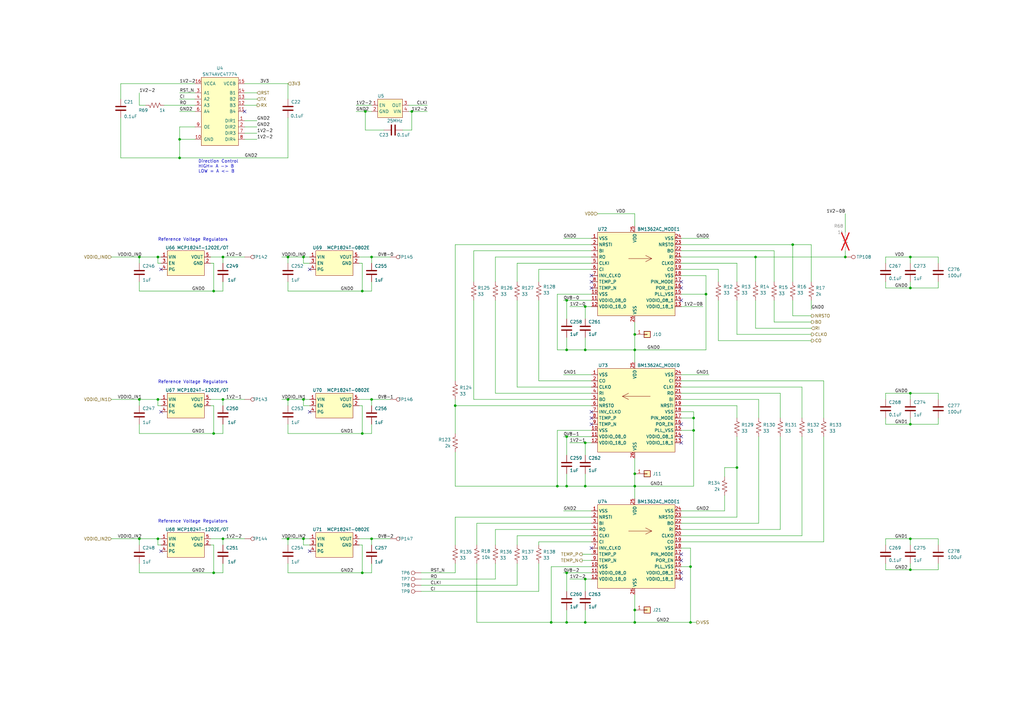
<source format=kicad_sch>
(kicad_sch (version 20250114) (generator "eeschema") (generator_version "9.0")
  (paper "A3")
  (title_block (title "emberOne/00") (date "2025-04-21") (rev "4"))
  (text "Reference Voltage Regulators" (at 64.77 99.06 0) (effects (font (size 1.27 1.27)) (justify left bottom)))
  (text "Reference Voltage Regulators" (at 64.77 214.63 0) (effects (font (size 1.27 1.27)) (justify left bottom)))
  (text "Reference Voltage Regulators" (at 64.77 157.48 0) (effects (font (size 1.27 1.27)) (justify left bottom)))
  (text "Direction Control\nHIGH= A -> B\nLOW = A <- B" (at 81.28 71.12 0) (effects (font (size 1.27 1.27)) (justify left bottom)))
  (junction (at 57.15 220.98) (diameter 0.9144))
  (junction (at 232.41 234.95))
  (junction (at 232.41 123.19))
  (junction (at 118.11 163.83) (diameter 0.9144))
  (junction (at 240.03 125.73))
  (junction (at 346.71 105.41))
  (junction (at 73.66 64.77))
  (junction (at 284.48 171.45))
  (junction (at 118.11 220.98) (diameter 0.9144))
  (junction (at 284.48 176.53))
  (junction (at 149.86 45.72))
  (junction (at 57.15 163.83) (diameter 0.9144))
  (junction (at 87.63 234.95) (diameter 0.9144))
  (junction (at 260.35 199.39))
  (junction (at 64.77 163.83))
  (junction (at 283.21 232.41))
  (junction (at 240.03 237.49))
  (junction (at 283.21 255.27))
  (junction (at 302.26 191.77))
  (junction (at 240.03 199.39))
  (junction (at 309.88 105.41))
  (junction (at 240.03 255.27))
  (junction (at 118.11 105.41) (diameter 0.9144))
  (junction (at 373.38 105.41))
  (junction (at 373.38 173.99))
  (junction (at 232.41 255.27))
  (junction (at 148.59 177.8) (diameter 0.9144))
  (junction (at 168.91 45.72))
  (junction (at 240.03 181.61))
  (junction (at 260.35 255.27))
  (junction (at 64.77 105.41))
  (junction (at 232.41 199.39))
  (junction (at 124.46 163.83))
  (junction (at 228.6 199.39))
  (junction (at 325.12 100.33))
  (junction (at 260.35 250.19))
  (junction (at 73.66 57.15))
  (junction (at 289.56 120.65))
  (junction (at 373.38 220.98))
  (junction (at 91.44 163.83) (diameter 0.9144))
  (junction (at 124.46 105.41))
  (junction (at 232.41 179.07))
  (junction (at 124.46 220.98))
  (junction (at 148.59 234.95) (diameter 0.9144))
  (junction (at 152.4 105.41) (diameter 0.9144))
  (junction (at 232.41 143.51))
  (junction (at 91.44 105.41) (diameter 0.9144))
  (junction (at 373.38 233.68))
  (junction (at 373.38 118.11))
  (junction (at 260.35 137.16))
  (junction (at 152.4 163.83) (diameter 0.9144))
  (junction (at 87.63 177.8) (diameter 0.9144))
  (junction (at 373.38 161.29))
  (junction (at 152.4 220.98) (diameter 0.9144))
  (junction (at 64.77 220.98))
  (junction (at 57.15 105.41) (diameter 0.9144))
  (junction (at 148.59 119.38) (diameter 0.9144))
  (junction (at 260.35 194.31))
  (junction (at 240.03 143.51))
  (junction (at 260.35 143.51))
  (junction (at 91.44 220.98) (diameter 0.9144))
  (junction (at 186.69 166.37))
  (junction (at 87.63 119.38) (diameter 0.9144))
  (junction (at 226.06 255.27))
  (no_connect (at 127 226.06))
  (no_connect (at 242.57 173.99))
  (no_connect (at 279.4 229.87))
  (no_connect (at 127 168.91))
  (no_connect (at 127 110.49))
  (no_connect (at 279.4 237.49))
  (no_connect (at 242.57 224.79))
  (no_connect (at 66.04 168.91))
  (no_connect (at 279.4 181.61))
  (no_connect (at 242.57 168.91))
  (no_connect (at 279.4 234.95))
  (no_connect (at 279.4 118.11))
  (no_connect (at 279.4 227.33))
  (no_connect (at 100.33 45.72))
  (no_connect (at 279.4 123.19))
  (no_connect (at 242.57 171.45))
  (no_connect (at 279.4 173.99))
  (no_connect (at 66.04 110.49))
  (no_connect (at 279.4 115.57))
  (no_connect (at 66.04 226.06))
  (no_connect (at 242.57 113.03))
  (no_connect (at 242.57 118.11))
  (no_connect (at 242.57 115.57))
  (no_connect (at 279.4 179.07))
  (wire (pts (xy 124.46 223.52) (xy 124.46 220.98)))
  (wire (pts (xy 302.26 166.37) (xy 302.26 171.45)))
  (wire (pts (xy 64.77 220.98) (xy 66.04 220.98)))
  (wire (pts (xy 283.21 232.41) (xy 283.21 255.27)))
  (wire (pts (xy 232.41 250.19) (xy 232.41 255.27)))
  (wire (pts (xy 220.98 110.49) (xy 242.57 110.49)))
  (wire (pts (xy 384.81 163.83) (xy 384.81 161.29)))
  (wire (pts (xy 91.44 163.83) (xy 100.33 163.83)))
  (wire (pts (xy 212.09 158.75) (xy 242.57 158.75)))
  (wire (pts (xy 57.15 38.1) (xy 57.15 43.18)))
  (wire (pts (xy 302.26 191.77) (xy 302.26 212.09)))
  (wire (pts (xy 320.04 179.07) (xy 320.04 217.17)))
  (wire (pts (xy 231.14 97.79) (xy 242.57 97.79)))
  (wire (pts (xy 57.15 173.99) (xy 57.15 177.8)))
  (wire (pts (xy 279.4 100.33) (xy 325.12 100.33)))
  (wire (pts (xy 91.44 115.57) (xy 91.44 119.38)))
  (wire (pts (xy 226.06 255.27) (xy 232.41 255.27)))
  (wire (pts (xy 91.44 220.98) (xy 91.44 223.52)))
  (wire (pts (xy 167.64 45.72) (xy 168.91 45.72)))
  (wire (pts (xy 91.44 105.41) (xy 91.44 107.95)))
  (wire (pts (xy 86.36 220.98) (xy 91.44 220.98)))
  (wire (pts (xy 289.56 113.03) (xy 279.4 113.03)))
  (wire (pts (xy 172.72 237.49) (xy 203.2 237.49)))
  (wire (pts (xy 148.59 119.38) (xy 118.11 119.38)))
  (wire (pts (xy 152.4 105.41) (xy 160.02 105.41)))
  (wire (pts (xy 124.46 105.41) (xy 127 105.41)))
  (wire (pts (xy 363.22 171.45) (xy 363.22 173.99)))
  (wire (pts (xy 325.12 100.33) (xy 332.74 100.33)))
  (wire (pts (xy 283.21 255.27) (xy 260.35 255.27)))
  (wire (pts (xy 337.82 156.21) (xy 337.82 171.45)))
  (wire (pts (xy 384.81 115.57) (xy 384.81 118.11)))
  (wire (pts (xy 289.56 143.51) (xy 289.56 120.65)))
  (wire (pts (xy 232.41 255.27) (xy 240.03 255.27)))
  (wire (pts (xy 242.57 107.95) (xy 212.09 107.95)))
  (wire (pts (xy 233.68 181.61) (xy 240.03 181.61)))
  (wire (pts (xy 195.58 255.27) (xy 226.06 255.27)))
  (wire (pts (xy 232.41 123.19) (xy 232.41 130.81)))
  (wire (pts (xy 212.09 219.71) (xy 242.57 219.71)))
  (wire (pts (xy 240.03 237.49) (xy 240.03 242.57)))
  (wire (pts (xy 124.46 220.98) (xy 127 220.98)))
  (wire (pts (xy 49.53 34.29) (xy 49.53 40.64)))
  (wire (pts (xy 148.59 107.95) (xy 147.32 107.95)))
  (wire (pts (xy 226.06 232.41) (xy 226.06 255.27)))
  (wire (pts (xy 91.44 231.14) (xy 91.44 234.95)))
  (wire (pts (xy 284.48 171.45) (xy 284.48 168.91)))
  (wire (pts (xy 64.77 223.52) (xy 66.04 223.52)))
  (wire (pts (xy 220.98 156.21) (xy 220.98 123.19)))
  (wire (pts (xy 57.15 115.57) (xy 57.15 119.38)))
  (wire (pts (xy 147.32 220.98) (xy 152.4 220.98)))
  (wire (pts (xy 118.11 105.41) (xy 124.46 105.41)))
  (wire (pts (xy 373.38 118.11) (xy 363.22 118.11)))
  (wire (pts (xy 373.38 233.68) (xy 384.81 233.68)))
  (wire (pts (xy 311.15 163.83) (xy 311.15 171.45)))
  (wire (pts (xy 294.64 139.7) (xy 332.74 139.7)))
  (wire (pts (xy 194.31 102.87) (xy 242.57 102.87)))
  (wire (pts (xy 49.53 64.77) (xy 73.66 64.77)))
  (wire (pts (xy 172.72 234.95) (xy 186.69 234.95)))
  (wire (pts (xy 373.38 105.41) (xy 384.81 105.41)))
  (wire (pts (xy 64.77 166.37) (xy 64.77 163.83)))
  (wire (pts (xy 152.4 220.98) (xy 160.02 220.98)))
  (wire (pts (xy 279.4 110.49) (xy 294.64 110.49)))
  (wire (pts (xy 118.11 163.83) (xy 118.11 166.37)))
  (wire (pts (xy 203.2 223.52) (xy 203.2 217.17)))
  (wire (pts (xy 238.76 229.87) (xy 242.57 229.87)))
  (wire (pts (xy 279.4 161.29) (xy 320.04 161.29)))
  (wire (pts (xy 384.81 107.95) (xy 384.81 105.41)))
  (wire (pts (xy 231.14 123.19) (xy 232.41 123.19)))
  (wire (pts (xy 302.26 123.19) (xy 302.26 137.16)))
  (wire (pts (xy 260.35 143.51) (xy 289.56 143.51)))
  (wire (pts (xy 80.01 52.07) (xy 73.66 52.07)))
  (wire (pts (xy 363.22 105.41) (xy 373.38 105.41)))
  (wire (pts (xy 346.71 87.63) (xy 346.71 95.25)))
  (wire (pts (xy 195.58 223.52) (xy 195.58 214.63)))
  (wire (pts (xy 152.4 220.98) (xy 152.4 223.52)))
  (wire (pts (xy 57.15 177.8) (xy 87.63 177.8)))
  (wire (pts (xy 373.38 220.98) (xy 384.81 220.98)))
  (wire (pts (xy 328.93 179.07) (xy 328.93 219.71)))
  (wire (pts (xy 168.91 53.34) (xy 168.91 45.72)))
  (wire (pts (xy 232.41 123.19) (xy 242.57 123.19)))
  (wire (pts (xy 86.36 163.83) (xy 91.44 163.83)))
  (wire (pts (xy 220.98 115.57) (xy 220.98 110.49)))
  (wire (pts (xy 118.11 220.98) (xy 124.46 220.98)))
  (wire (pts (xy 260.35 137.16) (xy 260.35 143.51)))
  (wire (pts (xy 373.38 231.14) (xy 373.38 233.68)))
  (wire (pts (xy 279.4 158.75) (xy 328.93 158.75)))
  (wire (pts (xy 231.14 153.67) (xy 242.57 153.67)))
  (wire (pts (xy 157.48 53.34) (xy 149.86 53.34)))
  (wire (pts (xy 100.33 38.1) (xy 105.41 38.1)))
  (wire (pts (xy 231.14 209.55) (xy 242.57 209.55)))
  (wire (pts (xy 80.01 57.15) (xy 73.66 57.15)))
  (wire (pts (xy 363.22 223.52) (xy 363.22 220.98)))
  (wire (pts (xy 260.35 143.51) (xy 260.35 148.59)))
  (wire (pts (xy 279.4 222.25) (xy 337.82 222.25)))
  (wire (pts (xy 87.63 166.37) (xy 86.36 166.37)))
  (wire (pts (xy 87.63 166.37) (xy 87.63 177.8)))
  (wire (pts (xy 240.03 250.19) (xy 240.03 255.27)))
  (wire (pts (xy 242.57 100.33) (xy 186.69 100.33)))
  (wire (pts (xy 279.4 166.37) (xy 302.26 166.37)))
  (wire (pts (xy 148.59 107.95) (xy 148.59 119.38)))
  (wire (pts (xy 242.57 232.41) (xy 226.06 232.41)))
  (wire (pts (xy 152.4 115.57) (xy 152.4 119.38)))
  (wire (pts (xy 57.15 231.14) (xy 57.15 234.95)))
  (wire (pts (xy 115.57 105.41) (xy 118.11 105.41)))
  (wire (pts (xy 384.81 171.45) (xy 384.81 173.99)))
  (wire (pts (xy 115.57 220.98) (xy 118.11 220.98)))
  (wire (pts (xy 242.57 176.53) (xy 228.6 176.53)))
  (wire (pts (xy 186.69 100.33) (xy 186.69 156.21)))
  (wire (pts (xy 57.15 105.41) (xy 64.77 105.41)))
  (wire (pts (xy 212.09 231.14) (xy 212.09 240.03)))
  (wire (pts (xy 186.69 166.37) (xy 186.69 177.8)))
  (wire (pts (xy 49.53 48.26) (xy 49.53 64.77)))
  (wire (pts (xy 124.46 223.52) (xy 127 223.52)))
  (wire (pts (xy 172.72 242.57) (xy 220.98 242.57)))
  (wire (pts (xy 363.22 220.98) (xy 373.38 220.98)))
  (wire (pts (xy 152.4 105.41) (xy 152.4 107.95)))
  (wire (pts (xy 146.05 45.72) (xy 149.86 45.72)))
  (wire (pts (xy 384.81 223.52) (xy 384.81 220.98)))
  (wire (pts (xy 186.69 199.39) (xy 228.6 199.39)))
  (wire (pts (xy 309.88 105.41) (xy 309.88 115.57)))
  (wire (pts (xy 148.59 234.95) (xy 118.11 234.95)))
  (wire (pts (xy 279.4 97.79) (xy 290.83 97.79)))
  (wire (pts (xy 373.38 233.68) (xy 363.22 233.68)))
  (wire (pts (xy 317.5 102.87) (xy 317.5 115.57)))
  (wire (pts (xy 57.15 163.83) (xy 64.77 163.83)))
  (wire (pts (xy 309.88 105.41) (xy 346.71 105.41)))
  (wire (pts (xy 284.48 176.53) (xy 284.48 171.45)))
  (wire (pts (xy 337.82 179.07) (xy 337.82 222.25)))
  (wire (pts (xy 87.63 223.52) (xy 86.36 223.52)))
  (wire (pts (xy 152.4 177.8) (xy 148.59 177.8)))
  (wire (pts (xy 332.74 100.33) (xy 332.74 115.57)))
  (wire (pts (xy 242.57 163.83) (xy 194.31 163.83)))
  (wire (pts (xy 152.4 163.83) (xy 160.02 163.83)))
  (wire (pts (xy 260.35 132.08) (xy 260.35 137.16)))
  (wire (pts (xy 73.66 38.1) (xy 80.01 38.1)))
  (wire (pts (xy 232.41 179.07) (xy 242.57 179.07)))
  (wire (pts (xy 232.41 179.07) (xy 232.41 186.69)))
  (wire (pts (xy 279.4 102.87) (xy 317.5 102.87)))
  (wire (pts (xy 203.2 231.14) (xy 203.2 237.49)))
  (wire (pts (xy 279.4 171.45) (xy 284.48 171.45)))
  (wire (pts (xy 240.03 125.73) (xy 242.57 125.73)))
  (wire (pts (xy 363.22 161.29) (xy 373.38 161.29)))
  (wire (pts (xy 297.18 191.77) (xy 302.26 191.77)))
  (wire (pts (xy 283.21 255.27) (xy 285.75 255.27)))
  (wire (pts (xy 363.22 115.57) (xy 363.22 118.11)))
  (wire (pts (xy 373.38 107.95) (xy 373.38 105.41)))
  (wire (pts (xy 152.4 163.83) (xy 152.4 166.37)))
  (wire (pts (xy 260.35 194.31) (xy 260.35 199.39)))
  (wire (pts (xy 73.66 57.15) (xy 73.66 64.77)))
  (wire (pts (xy 212.09 223.52) (xy 212.09 219.71)))
  (wire (pts (xy 172.72 240.03) (xy 212.09 240.03)))
  (wire (pts (xy 309.88 123.19) (xy 309.88 134.62)))
  (wire (pts (xy 279.4 120.65) (xy 289.56 120.65)))
  (wire (pts (xy 220.98 231.14) (xy 220.98 242.57)))
  (wire (pts (xy 279.4 107.95) (xy 302.26 107.95)))
  (wire (pts (xy 87.63 107.95) (xy 86.36 107.95)))
  (wire (pts (xy 91.44 105.41) (xy 100.33 105.41)))
  (wire (pts (xy 87.63 223.52) (xy 87.63 234.95)))
  (wire (pts (xy 100.33 54.61) (xy 105.41 54.61)))
  (wire (pts (xy 86.36 105.41) (xy 91.44 105.41)))
  (wire (pts (xy 232.41 143.51) (xy 240.03 143.51)))
  (wire (pts (xy 384.81 231.14) (xy 384.81 233.68)))
  (wire (pts (xy 240.03 181.61) (xy 240.03 186.69)))
  (wire (pts (xy 186.69 231.14) (xy 186.69 234.95)))
  (wire (pts (xy 279.4 209.55) (xy 297.18 209.55)))
  (wire (pts (xy 328.93 158.75) (xy 328.93 171.45)))
  (wire (pts (xy 279.4 176.53) (xy 284.48 176.53)))
  (wire (pts (xy 186.69 185.42) (xy 186.69 199.39)))
  (wire (pts (xy 240.03 125.73) (xy 240.03 130.81)))
  (wire (pts (xy 100.33 52.07) (xy 105.41 52.07)))
  (wire (pts (xy 260.35 243.84) (xy 260.35 250.19)))
  (wire (pts (xy 148.59 177.8) (xy 118.11 177.8)))
  (wire (pts (xy 309.88 134.62) (xy 332.74 134.62)))
  (wire (pts (xy 73.66 45.72) (xy 80.01 45.72)))
  (wire (pts (xy 124.46 166.37) (xy 124.46 163.83)))
  (wire (pts (xy 325.12 129.54) (xy 332.74 129.54)))
  (wire (pts (xy 118.11 115.57) (xy 118.11 119.38)))
  (wire (pts (xy 242.57 120.65) (xy 228.6 120.65)))
  (wire (pts (xy 152.4 234.95) (xy 148.59 234.95)))
  (wire (pts (xy 279.4 214.63) (xy 311.15 214.63)))
  (wire (pts (xy 233.68 237.49) (xy 240.03 237.49)))
  (wire (pts (xy 118.11 173.99) (xy 118.11 177.8)))
  (wire (pts (xy 149.86 53.34) (xy 149.86 45.72)))
  (wire (pts (xy 186.69 212.09) (xy 242.57 212.09)))
  (wire (pts (xy 212.09 107.95) (xy 212.09 115.57)))
  (wire (pts (xy 148.59 223.52) (xy 148.59 234.95)))
  (wire (pts (xy 149.86 45.72) (xy 152.4 45.72)))
  (wire (pts (xy 100.33 40.64) (xy 105.41 40.64)))
  (wire (pts (xy 100.33 34.29) (xy 118.11 34.29)))
  (wire (pts (xy 64.77 105.41) (xy 66.04 105.41)))
  (wire (pts (xy 346.71 105.41) (xy 346.71 102.87)))
  (wire (pts (xy 152.4 231.14) (xy 152.4 234.95)))
  (wire (pts (xy 64.77 166.37) (xy 66.04 166.37)))
  (wire (pts (xy 317.5 123.19) (xy 317.5 132.08)))
  (wire (pts (xy 228.6 120.65) (xy 228.6 143.51)))
  (wire (pts (xy 240.03 143.51) (xy 260.35 143.51)))
  (wire (pts (xy 231.14 234.95) (xy 232.41 234.95)))
  (wire (pts (xy 284.48 168.91) (xy 279.4 168.91)))
  (wire (pts (xy 260.35 255.27) (xy 240.03 255.27)))
  (wire (pts (xy 91.44 234.95) (xy 87.63 234.95)))
  (wire (pts (xy 245.11 87.63) (xy 260.35 87.63)))
  (wire (pts (xy 232.41 194.31) (xy 232.41 199.39)))
  (wire (pts (xy 373.38 173.99) (xy 363.22 173.99)))
  (wire (pts (xy 64.77 107.95) (xy 64.77 105.41)))
  (wire (pts (xy 332.74 123.19) (xy 332.74 127)))
  (wire (pts (xy 232.41 138.43) (xy 232.41 143.51)))
  (wire (pts (xy 73.66 64.77) (xy 118.11 64.77)))
  (wire (pts (xy 363.22 163.83) (xy 363.22 161.29)))
  (wire (pts (xy 186.69 166.37) (xy 242.57 166.37)))
  (wire (pts (xy 118.11 231.14) (xy 118.11 234.95)))
  (wire (pts (xy 100.33 43.18) (xy 105.41 43.18)))
  (wire (pts (xy 57.15 220.98) (xy 57.15 223.52)))
  (wire (pts (xy 294.64 123.19) (xy 294.64 139.7)))
  (wire (pts (xy 100.33 57.15) (xy 105.41 57.15)))
  (wire (pts (xy 165.1 53.34) (xy 168.91 53.34)))
  (wire (pts (xy 64.77 163.83) (xy 66.04 163.83)))
  (wire (pts (xy 363.22 107.95) (xy 363.22 105.41)))
  (wire (pts (xy 325.12 123.19) (xy 325.12 129.54)))
  (wire (pts (xy 57.15 220.98) (xy 64.77 220.98)))
  (wire (pts (xy 260.35 199.39) (xy 284.48 199.39)))
  (wire (pts (xy 91.44 177.8) (xy 87.63 177.8)))
  (wire (pts (xy 373.38 223.52) (xy 373.38 220.98)))
  (wire (pts (xy 73.66 52.07) (xy 73.66 57.15)))
  (wire (pts (xy 168.91 45.72) (xy 175.26 45.72)))
  (wire (pts (xy 57.15 234.95) (xy 87.63 234.95)))
  (wire (pts (xy 373.38 118.11) (xy 384.81 118.11)))
  (wire (pts (xy 228.6 143.51) (xy 232.41 143.51)))
  (wire (pts (xy 118.11 163.83) (xy 124.46 163.83)))
  (wire (pts (xy 194.31 115.57) (xy 194.31 102.87)))
  (wire (pts (xy 91.44 163.83) (xy 91.44 166.37)))
  (wire (pts (xy 302.26 179.07) (xy 302.26 191.77)))
  (wire (pts (xy 152.4 119.38) (xy 148.59 119.38)))
  (wire (pts (xy 203.2 123.19) (xy 203.2 161.29)))
  (wire (pts (xy 325.12 100.33) (xy 325.12 115.57)))
  (wire (pts (xy 100.33 49.53) (xy 105.41 49.53)))
  (wire (pts (xy 373.38 173.99) (xy 384.81 173.99)))
  (wire (pts (xy 290.83 153.67) (xy 279.4 153.67)))
  (wire (pts (xy 203.2 105.41) (xy 203.2 115.57)))
  (wire (pts (xy 148.59 223.52) (xy 147.32 223.52)))
  (wire (pts (xy 228.6 199.39) (xy 232.41 199.39)))
  (wire (pts (xy 212.09 123.19) (xy 212.09 158.75)))
  (wire (pts (xy 124.46 163.83) (xy 127 163.83)))
  (wire (pts (xy 320.04 161.29) (xy 320.04 171.45)))
  (wire (pts (xy 57.15 163.83) (xy 57.15 166.37)))
  (wire (pts (xy 240.03 194.31) (xy 240.03 199.39)))
  (wire (pts (xy 279.4 232.41) (xy 283.21 232.41)))
  (wire (pts (xy 373.38 161.29) (xy 384.81 161.29)))
  (wire (pts (xy 373.38 171.45) (xy 373.38 173.99)))
  (wire (pts (xy 283.21 224.79) (xy 283.21 232.41)))
  (wire (pts (xy 302.26 212.09) (xy 279.4 212.09)))
  (wire (pts (xy 373.38 163.83) (xy 373.38 161.29)))
  (wire (pts (xy 311.15 179.07) (xy 311.15 214.63)))
  (wire (pts (xy 279.4 224.79) (xy 283.21 224.79)))
  (wire (pts (xy 320.04 217.17) (xy 279.4 217.17)))
  (wire (pts (xy 279.4 105.41) (xy 309.88 105.41)))
  (wire (pts (xy 228.6 176.53) (xy 228.6 199.39)))
  (wire (pts (xy 373.38 115.57) (xy 373.38 118.11)))
  (wire (pts (xy 167.64 43.18) (xy 175.26 43.18)))
  (wire (pts (xy 91.44 220.98) (xy 100.33 220.98)))
  (wire (pts (xy 148.59 166.37) (xy 148.59 177.8)))
  (wire (pts (xy 294.64 110.49) (xy 294.64 115.57)))
  (wire (pts (xy 152.4 173.99) (xy 152.4 177.8)))
  (wire (pts (xy 64.77 223.52) (xy 64.77 220.98)))
  (wire (pts (xy 289.56 120.65) (xy 289.56 113.03)))
  (wire (pts (xy 260.35 187.96) (xy 260.35 194.31)))
  (wire (pts (xy 279.4 125.73) (xy 288.29 125.73)))
  (wire (pts (xy 260.35 92.71) (xy 260.35 87.63)))
  (wire (pts (xy 240.03 237.49) (xy 242.57 237.49)))
  (wire (pts (xy 203.2 217.17) (xy 242.57 217.17)))
  (wire (pts (xy 146.05 43.18) (xy 152.4 43.18)))
  (wire (pts (xy 118.11 48.26) (xy 118.11 64.77)))
  (wire (pts (xy 232.41 234.95) (xy 232.41 242.57)))
  (wire (pts (xy 147.32 105.41) (xy 152.4 105.41)))
  (wire (pts (xy 124.46 107.95) (xy 124.46 105.41)))
  (wire (pts (xy 91.44 173.99) (xy 91.44 177.8)))
  (wire (pts (xy 302.26 137.16) (xy 332.74 137.16)))
  (wire (pts (xy 317.5 132.08) (xy 332.74 132.08)))
  (wire (pts (xy 284.48 199.39) (xy 284.48 176.53)))
  (wire (pts (xy 124.46 166.37) (xy 127 166.37)))
  (wire (pts (xy 186.69 223.52) (xy 186.69 212.09)))
  (wire (pts (xy 233.68 125.73) (xy 240.03 125.73)))
  (wire (pts (xy 363.22 231.14) (xy 363.22 233.68)))
  (wire (pts (xy 49.53 34.29) (xy 80.01 34.29)))
  (wire (pts (xy 59.69 43.18) (xy 57.15 43.18)))
  (wire (pts (xy 238.76 227.33) (xy 242.57 227.33)))
  (wire (pts (xy 242.57 105.41) (xy 203.2 105.41)))
  (wire (pts (xy 232.41 234.95) (xy 242.57 234.95)))
  (wire (pts (xy 260.35 250.19) (xy 260.35 255.27)))
  (wire (pts (xy 297.18 203.2) (xy 297.18 209.55)))
  (wire (pts (xy 87.63 107.95) (xy 87.63 119.38)))
  (wire (pts (xy 186.69 163.83) (xy 186.69 166.37)))
  (wire (pts (xy 195.58 214.63) (xy 242.57 214.63)))
  (wire (pts (xy 64.77 107.95) (xy 66.04 107.95)))
  (wire (pts (xy 115.57 163.83) (xy 118.11 163.83)))
  (wire (pts (xy 118.11 220.98) (xy 118.11 223.52)))
  (wire (pts (xy 203.2 161.29) (xy 242.57 161.29)))
  (wire (pts (xy 45.72 163.83) (xy 57.15 163.83)))
  (wire (pts (xy 124.46 107.95) (xy 127 107.95)))
  (wire (pts (xy 232.41 199.39) (xy 240.03 199.39)))
  (wire (pts (xy 118.11 105.41) (xy 118.11 107.95)))
  (wire (pts (xy 240.03 199.39) (xy 260.35 199.39)))
  (wire (pts (xy 220.98 222.25) (xy 242.57 222.25)))
  (wire (pts (xy 45.72 105.41) (xy 57.15 105.41)))
  (wire (pts (xy 240.03 138.43) (xy 240.03 143.51)))
  (wire (pts (xy 242.57 156.21) (xy 220.98 156.21)))
  (wire (pts (xy 57.15 119.38) (xy 87.63 119.38)))
  (wire (pts (xy 337.82 156.21) (xy 279.4 156.21)))
  (wire (pts (xy 297.18 195.58) (xy 297.18 191.77)))
  (wire (pts (xy 148.59 166.37) (xy 147.32 166.37)))
  (wire (pts (xy 194.31 163.83) (xy 194.31 123.19)))
  (wire (pts (xy 302.26 107.95) (xy 302.26 115.57)))
  (wire (pts (xy 260.35 199.39) (xy 260.35 204.47)))
  (wire (pts (xy 73.66 40.64) (xy 80.01 40.64)))
  (wire (pts (xy 195.58 231.14) (xy 195.58 255.27)))
  (wire (pts (xy 118.11 34.29) (xy 118.11 40.64)))
  (wire (pts (xy 147.32 163.83) (xy 152.4 163.83)))
  (wire (pts (xy 67.31 43.18) (xy 80.01 43.18)))
  (wire (pts (xy 45.72 220.98) (xy 57.15 220.98)))
  (wire (pts (xy 220.98 223.52) (xy 220.98 222.25)))
  (wire (pts (xy 57.15 105.41) (xy 57.15 107.95)))
  (wire (pts (xy 311.15 163.83) (xy 279.4 163.83)))
  (wire (pts (xy 91.44 119.38) (xy 87.63 119.38)))
  (wire (pts (xy 240.03 181.61) (xy 242.57 181.61)))
  (wire (pts (xy 231.14 179.07) (xy 232.41 179.07)))
  (wire (pts (xy 328.93 219.71) (xy 279.4 219.71)))
  (label "CLKI" (at 175.26 43.18 180))
  (label "1V2-1" (at 233.68 181.61 0))
  (label "CI" (at 176.53 242.57 0))
  (label "GND0" (at 367.03 161.29 0))
  (label "GND2" (at 73.66 45.72 0))
  (label "0V8-1" (at 154.94 163.83 0))
  (label "GND1" (at 367.03 173.99 0))
  (label "1V2-2" (at 92.71 220.98 0))
  (label "CI" (at 73.66 40.64 0))
  (label "1V2-2" (at 57.15 38.1 0))
  (label "GND0" (at 231.14 97.79 0))
  (label "1V2-2" (at 73.66 34.29 0))
  (label "1V2-2" (at 233.68 237.49 0))
  (label "CLKI" (at 176.53 240.03 0))
  (label "0V8-0" (at 154.94 105.41 0))
  (label "GND0" (at 139.7 119.38 0))
  (label "0V8-0" (at 231.14 123.19 0))
  (label "1V2-2" (at 105.41 57.15 0))
  (label "GND0" (at 78.74 119.38 0))
  (label "VDD" (at 370.84 105.41 180))
  (label "1V2-0B" (at 346.71 87.63 180))
  (label "3V3" (at 106.68 34.29 0))
  (label "GND2" (at 78.74 234.95 0))
  (label "1V2-0" (at 92.71 105.41 0))
  (label "GND2" (at 146.05 45.72 0))
  (label "GND1" (at 266.7 199.39 0))
  (label "VDDIO_IN0" (at 48.26 105.41 0))
  (label "RO" (at 73.66 43.18 0))
  (label "GND0" (at 265.43 143.51 0))
  (label "1V2-2" (at 175.26 45.72 180))
  (label "GND1" (at 290.83 153.67 180))
  (label "GND0" (at 367.03 118.11 0))
  (label "GND2" (at 231.14 209.55 0))
  (label "VDDIO_IN2" (at 48.26 220.98 0))
  (label "GND2" (at 105.41 49.53 0))
  (label "0V8-2" (at 154.94 220.98 0))
  (label "0V8-1" (at 231.14 179.07 0))
  (label "1V2-2" (at 105.41 54.61 0))
  (label "1V2-2" (at 146.05 43.18 0))
  (label "RST_N" (at 73.66 38.1 0))
  (label "GND0" (at 290.83 97.79 180))
  (label "0V8-2" (at 231.14 234.95 0))
  (label "RST_N" (at 176.53 234.95 0))
  (label "GND1" (at 367.03 220.98 0))
  (label "GND2" (at 139.7 234.95 0))
  (label "RO" (at 176.53 237.49 0))
  (label "VDDIO_IN1" (at 48.26 163.83 0))
  (label "GND1" (at 139.7 177.8 0))
  (label "GND1" (at 78.74 177.8 0))
  (label "GND2" (at 269.24 255.27 0))
  (label "VDD" (at 256.54 87.63 180))
  (label "GND2" (at 290.83 209.55 180))
  (label "1V2-0B" (at 288.29 125.73 180))
  (label "GND2" (at 105.41 52.07 0))
  (label "VDDIO_IN1" (at 115.57 163.83 0))
  (label "GND0" (at 332.74 127 0))
  (label "1V2-0" (at 233.68 125.73 0))
  (label "VDDIO_IN0" (at 115.57 105.41 0))
  (label "VDDIO_IN2" (at 115.57 220.98 0))
  (label "GND2" (at 100.33 64.77 0))
  (label "GND2" (at 367.03 233.68 0))
  (label "GND1" (at 231.14 153.67 0))
  (label "1V2-1" (at 92.71 163.83 0))
  (hierarchical_label "TX" (shape input) (at 105.41 40.64 0))
  (hierarchical_label "VDDIO_IN0" (shape input) (at 45.72 105.41 180))
  (hierarchical_label "VDDIO_IN1" (shape input) (at 45.72 163.83 180))
  (hierarchical_label "NRSTO" (shape output) (at 332.74 129.54 0))
  (hierarchical_label "RST" (shape input) (at 105.41 38.1 0))
  (hierarchical_label "CLKO" (shape output) (at 332.74 137.16 0))
  (hierarchical_label "VDD" (shape input) (at 245.11 87.63 180))
  (hierarchical_label "TEMP_N" (shape output) (at 238.76 229.87 180))
  (hierarchical_label "VDDIO_IN2" (shape input) (at 45.72 220.98 180))
  (hierarchical_label "TEMP_P" (shape output) (at 238.76 227.33 180))
  (hierarchical_label "BO" (shape output) (at 332.74 132.08 0))
  (hierarchical_label "VSS" (shape output) (at 285.75 255.27 0))
  (hierarchical_label "CO" (shape output) (at 332.74 139.7 0))
  (hierarchical_label "RI" (shape input) (at 332.74 134.62 0))
  (hierarchical_label "3V3" (shape input) (at 118.11 34.29 0))
  (hierarchical_label "RX" (shape output) (at 105.41 43.18 0))
  (symbol (lib_id "Device:C") (at 91.44 170.18 0) (unit 1)
    (property "Reference" "C250" (at 92.71 168.275 0) (effects (justify left bottom)))
    (property "Value" "1uF" (at 93.345 173.99 0) (effects (justify left bottom)))
    (property "Footprint" "Capacitor_SMD:C_0402_1005Metric" (effects (hide yes)))
    (property "DK" "587-5514-1-ND" (effects (hide yes)))
    (property "PARTNO" "EMK105BJ105MV-F" (effects (hide yes)))
  )
  (symbol (lib_id "Connector:TestPoint") (at 160.02 220.98 270) (mirror x) (unit 1) (in_bom no)
    (property "Reference" "TP147" (at 166.37 220.98 90))
    (property "Value" "TestPoint" (effects (hide yes)))
    (property "Footprint" "TestPoint:TestPoint_Pad_D1.0mm" (effects (hide yes)))
  )
  (symbol (lib_id "Device:C") (at 384.81 227.33 0) (unit 1)
    (property "Reference" "C278" (at 388.62 226.0599 0) (effects (justify left)))
    (property "Value" "100uF" (at 388.62 228.5999 0) (effects (justify left)))
    (property "Footprint" "Capacitor_SMD:C_1206_3216Metric" (effects (hide yes)))
    (property "Description" "Unpolarized capacitor" (effects (hide yes)))
    (property "DK" "1276-1782-1-ND" (effects (hide yes)))
    (property "PARTNO" "CL31A107MQHNNNE" (effects (hide yes)))
  )
  (symbol (lib_id "Connector:TestPoint") (at 160.02 163.83 270) (mirror x) (unit 1) (in_bom no)
    (property "Reference" "TP146" (at 166.37 163.83 90))
    (property "Value" "TestPoint" (effects (hide yes)))
    (property "Footprint" "TestPoint:TestPoint_Pad_D1.0mm" (effects (hide yes)))
  )
  (symbol (lib_id "Device:C") (at 57.15 170.18 0) (unit 1)
    (property "Reference" "C247" (at 58.42 168.275 0) (effects (justify left bottom)))
    (property "Value" "1uF" (at 58.42 173.99 0) (effects (justify left bottom)))
    (property "Footprint" "Capacitor_SMD:C_0402_1005Metric" (effects (hide yes)))
    (property "DK" "587-5514-1-ND" (effects (hide yes)))
    (property "PARTNO" "EMK105BJ105MV-F" (effects (hide yes)))
  )
  (symbol (lib_name "MCP1824_1") (lib_id "bitaxe:MCP1824") (at 137.16 222.25 0) (unit 1)
    (property "Reference" "U71" (at 130.175 217.17 0))
    (property "Value" "MCP1824T-0802E" (at 142.875 217.17 0))
    (property "Footprint" "Package_TO_SOT_SMD:SOT-23-5" (effects (hide yes)))
    (property "Datasheet" "https://ww1.microchip.com/downloads/en/DeviceDoc/22070a.pdf" (effects (hide yes)))
    (property "PARTNO" "MCP1824T-0802E/OT" (effects (hide yes)))
    (property "DK" "MCP1824T-0802E/OTCT-ND" (effects (hide yes)))
    (property "ALT1" "LDK120M08R" (effects (hide yes)))
  )
  (symbol (lib_name "MCP1824_1") (lib_id "bitaxe:MCP1824") (at 137.16 165.1 0) (unit 1)
    (property "Reference" "U70" (at 130.175 160.02 0))
    (property "Value" "MCP1824T-0802E" (at 142.875 160.02 0))
    (property "Footprint" "Package_TO_SOT_SMD:SOT-23-5" (effects (hide yes)))
    (property "Datasheet" "https://ww1.microchip.com/downloads/en/DeviceDoc/22070a.pdf" (effects (hide yes)))
    (property "PARTNO" "MCP1824T-0802E/OT" (effects (hide yes)))
    (property "DK" "MCP1824T-0802E/OTCT-ND" (effects (hide yes)))
    (property "ALT1" "LDK120M08R" (effects (hide yes)))
  )
  (symbol (lib_id "Device:R_US") (at 311.15 175.26 0) (unit 1)
    (property "Reference" "R130" (at 312.928 174.244 0) (effects (justify left)))
    (property "Value" "33" (at 312.928 176.784 0) (effects (justify left)))
    (property "Footprint" "Resistor_SMD:R_0402_1005Metric" (effects (hide yes)))
    (property "Description" "Resistor, US symbol" (effects (hide yes)))
    (property "DK" "311-33.0LRCT-ND" (effects (hide yes)))
    (property "PARTNO" "RC0402FR-0733RL" (effects (hide yes)))
  )
  (symbol (lib_id "Device:C") (at 152.4 170.18 0) (unit 1)
    (property "Reference" "C256" (at 153.67 168.275 0) (effects (justify left bottom)))
    (property "Value" "1uF" (at 153.67 173.99 0) (effects (justify left bottom)))
    (property "Footprint" "Capacitor_SMD:C_0402_1005Metric" (effects (hide yes)))
    (property "DK" "587-5514-1-ND" (effects (hide yes)))
    (property "PARTNO" "EMK105BJ105MV-F" (effects (hide yes)))
  )
  (symbol (lib_id "Device:R_US") (at 337.82 175.26 0) (unit 1)
    (property "Reference" "R133" (at 340.106 174.244 0) (effects (justify left)))
    (property "Value" "33" (at 340.106 176.784 0) (effects (justify left)))
    (property "Footprint" "Resistor_SMD:R_0402_1005Metric" (effects (hide yes)))
    (property "Description" "Resistor, US symbol" (effects (hide yes)))
    (property "DK" "311-33.0LRCT-ND" (effects (hide yes)))
    (property "PARTNO" "RC0402FR-0733RL" (effects (hide yes)))
  )
  (symbol (lib_id "Device:R_US") (at 220.98 119.38 0) (unit 1)
    (property "Reference" "R128" (at 222.758 117.602 0) (effects (justify left)))
    (property "Value" "33" (at 222.758 120.142 0) (effects (justify left)))
    (property "Footprint" "Resistor_SMD:R_0402_1005Metric" (effects (hide yes)))
    (property "Description" "Resistor, US symbol" (effects (hide yes)))
    (property "DK" "311-33.0LRCT-ND" (effects (hide yes)))
    (property "PARTNO" "RC0402FR-0733RL" (effects (hide yes)))
  )
  (symbol (lib_id "Device:C") (at 118.11 227.33 0) (unit 1)
    (property "Reference" "C254" (at 119.38 225.425 0) (effects (justify left bottom)))
    (property "Value" "1uF" (at 119.38 231.14 0) (effects (justify left bottom)))
    (property "Footprint" "Capacitor_SMD:C_0402_1005Metric" (effects (hide yes)))
    (property "DK" "587-5514-1-ND" (effects (hide yes)))
    (property "PARTNO" "EMK105BJ105MV-F" (effects (hide yes)))
  )
  (symbol (lib_id "Device:C") (at 118.11 170.18 0) (unit 1)
    (property "Reference" "C253" (at 119.38 168.275 0) (effects (justify left bottom)))
    (property "Value" "1uF" (at 119.38 173.99 0) (effects (justify left bottom)))
    (property "Footprint" "Capacitor_SMD:C_0402_1005Metric" (effects (hide yes)))
    (property "DK" "587-5514-1-ND" (effects (hide yes)))
    (property "PARTNO" "EMK105BJ105MV-F" (effects (hide yes)))
  )
  (symbol (lib_id "emberone:BM1362AC_MODE1") (at 260.35 111.76 0) (unit 1)
    (property "Reference" "U72" (at 245.11 93.98 0) (effects (justify left)))
    (property "Value" "BM1362AC_MODE1" (at 261.366 93.98 0) (effects (justify left)))
    (property "Footprint" "emberone:BM1362AC" (effects (hide yes)))
  )
  (symbol (lib_id "Device:C") (at 49.53 44.45 0) (unit 1)
    (property "Reference" "C21" (at 50.8 42.545 0) (effects (justify left bottom)))
    (property "Value" "0.1uF" (at 50.8 48.514 0) (effects (justify left bottom)))
    (property "Footprint" "Capacitor_SMD:C_0402_1005Metric" (effects (hide yes)))
    (property "DK" "478-KGM05AR71C104KHCT-ND" (effects (hide yes)))
    (property "PARTNO" "KGM05AR71C104KH" (effects (hide yes)))
  )
  (symbol (lib_id "bitaxe:MCP1824") (at 76.2 106.68 0) (unit 1)
    (property "Reference" "U66" (at 69.85 101.6 0))
    (property "Value" "MCP1824T-1202E/OT" (at 83.185 101.6 0))
    (property "Footprint" "Package_TO_SOT_SMD:SOT-23-5" (effects (hide yes)))
    (property "Datasheet" "https://ww1.microchip.com/downloads/en/DeviceDoc/22070a.pdf" (effects (hide yes)))
    (property "PARTNO" "MCP1824T-1202E/OT" (effects (hide yes)))
    (property "DK" "MCP1824T-1202E/OTCT-ND" (effects (hide yes)))
    (property "ALT1" "LDK120M12R" (effects (hide yes)))
  )
  (symbol (lib_id "bitaxe:oscillator") (at 160.02 44.45 0) (unit 1)
    (property "Reference" "U5" (at 156.21 39.37 0))
    (property "Value" "25MHz" (at 161.925 49.53 0))
    (property "Footprint" "bitaxe:SMD3225-4P" (effects (hide yes)))
    (property "PARTNO" "SX3M25.000E20F30THN" (effects (hide yes)))
    (property "LCSC" "C5137262" (effects (hide yes)))
  )
  (symbol (lib_id "Device:R_US") (at 346.71 99.06 0) (mirror y) (unit 1) (in_bom no) (dnp yes)
    (property "Reference" "R68" (at 345.948 92.71 0) (effects (justify left)))
    (property "Value" "1k" (at 345.948 95.25 0) (effects (justify left)))
    (property "Footprint" "Resistor_SMD:R_0402_1005Metric" (effects (hide yes)))
    (property "Description" "Resistor, US symbol" (effects (hide yes)))
  )
  (symbol (lib_id "bitaxe:MCP1824") (at 76.2 222.25 0) (unit 1)
    (property "Reference" "U68" (at 69.85 217.17 0))
    (property "Value" "MCP1824T-1202E/OT" (at 83.185 217.17 0))
    (property "Footprint" "Package_TO_SOT_SMD:SOT-23-5" (effects (hide yes)))
    (property "Datasheet" "https://ww1.microchip.com/downloads/en/DeviceDoc/22070a.pdf" (effects (hide yes)))
    (property "PARTNO" "MCP1824T-1202E/OT" (effects (hide yes)))
    (property "DK" "MCP1824T-1202E/OTCT-ND" (effects (hide yes)))
    (property "ALT1" "LDK120M12R" (effects (hide yes)))
  )
  (symbol (lib_id "Device:C") (at 363.22 111.76 0) (unit 1)
    (property "Reference" "C267" (at 364.49 109.855 0) (effects (justify left bottom)))
    (property "Value" "0.1uF" (at 364.49 114.935 0) (effects (justify left bottom)))
    (property "Footprint" "Capacitor_SMD:C_0402_1005Metric" (effects (hide yes)))
    (property "DK" "478-KGM05AR71C104KHCT-ND" (effects (hide yes)))
    (property "PARTNO" "KGM05AR71C104KH" (effects (hide yes)))
  )
  (symbol (lib_id "Device:R_US") (at 220.98 227.33 0) (unit 1)
    (property "Reference" "R138" (at 222.758 226.314 0) (effects (justify left)))
    (property "Value" "33" (at 222.758 228.854 0) (effects (justify left)))
    (property "Footprint" "Resistor_SMD:R_0402_1005Metric" (effects (hide yes)))
    (property "Description" "Resistor, US symbol" (effects (hide yes)))
    (property "DK" "311-33.0LRCT-ND" (effects (hide yes)))
    (property "PARTNO" "RC0402FR-0733RL" (effects (hide yes)))
  )
  (symbol (lib_id "Device:R_US") (at 294.64 119.38 0) (unit 1)
    (property "Reference" "R12" (at 296.672 117.602 0) (effects (justify left)))
    (property "Value" "33" (at 296.672 120.142 0) (effects (justify left)))
    (property "Footprint" "Resistor_SMD:R_0402_1005Metric" (effects (hide yes)))
    (property "Description" "Resistor, US symbol" (effects (hide yes)))
    (property "DK" "311-33.0LRCT-ND" (effects (hide yes)))
    (property "PARTNO" "RC0402FR-0733RL" (effects (hide yes)))
  )
  (symbol (lib_id "Connector_Generic:Conn_01x01") (at 265.43 194.31 0) (unit 1)
    (property "Reference" "J11" (at 267.716 194.31 0) (effects (justify left)))
    (property "Value" "Conn_01x01" (effects (hide yes)))
    (property "Footprint" "emberone:5x9_powertab" (effects (hide yes)))
    (property "Description" "powertab" (effects (hide yes)))
  )
  (symbol (lib_id "Device:C") (at 91.44 111.76 0) (unit 1)
    (property "Reference" "C249" (at 92.71 109.855 0) (effects (justify left bottom)))
    (property "Value" "1uF" (at 93.345 115.57 0) (effects (justify left bottom)))
    (property "Footprint" "Capacitor_SMD:C_0402_1005Metric" (effects (hide yes)))
    (property "DK" "587-5514-1-ND" (effects (hide yes)))
    (property "PARTNO" "EMK105BJ105MV-F" (effects (hide yes)))
  )
  (symbol (lib_id "Connector:TestPoint") (at 346.71 105.41 270) (unit 1) (in_bom no)
    (property "Reference" "TP108" (at 354.33 105.41 90))
    (property "Value" "TestPoint" (effects (hide yes)))
    (property "Footprint" "TestPoint:TestPoint_Pad_D1.0mm" (effects (hide yes)))
  )
  (symbol (lib_id "Device:R_US") (at 297.18 199.39 0) (mirror y) (unit 1)
    (property "Reference" "R134" (at 295.402 198.12 0) (effects (justify left)))
    (property "Value" "2k" (at 295.402 200.66 0) (effects (justify left)))
    (property "Footprint" "Resistor_SMD:R_0402_1005Metric" (effects (hide yes)))
    (property "Description" "Resistor, US symbol" (effects (hide yes)))
    (property "DK" "311-2KLRCT-ND" (effects (hide yes)))
    (property "PARTNO" "RC0402FR-072KL" (effects (hide yes)))
  )
  (symbol (lib_id "Device:C") (at 57.15 111.76 0) (unit 1)
    (property "Reference" "C246" (at 58.42 109.855 0) (effects (justify left bottom)))
    (property "Value" "1uF" (at 58.42 115.57 0) (effects (justify left bottom)))
    (property "Footprint" "Capacitor_SMD:C_0402_1005Metric" (effects (hide yes)))
    (property "DK" "587-5514-1-ND" (effects (hide yes)))
    (property "PARTNO" "EMK105BJ105MV-F" (effects (hide yes)))
  )
  (symbol (lib_id "Device:C") (at 373.38 167.64 0) (unit 1)
    (property "Reference" "C274" (at 374.65 165.735 0) (effects (justify left bottom)))
    (property "Value" "1uF" (at 374.65 170.815 0) (effects (justify left bottom)))
    (property "Footprint" "Capacitor_SMD:C_0402_1005Metric" (effects (hide yes)))
    (property "DK" "587-5514-1-ND" (effects (hide yes)))
    (property "PARTNO" "EMK105BJ105MV-F" (effects (hide yes)))
  )
  (symbol (lib_id "Device:C") (at 152.4 111.76 0) (unit 1)
    (property "Reference" "C255" (at 153.67 109.855 0) (effects (justify left bottom)))
    (property "Value" "1uF" (at 153.67 115.57 0) (effects (justify left bottom)))
    (property "Footprint" "Capacitor_SMD:C_0402_1005Metric" (effects (hide yes)))
    (property "DK" "587-5514-1-ND" (effects (hide yes)))
    (property "PARTNO" "EMK105BJ105MV-F" (effects (hide yes)))
  )
  (symbol (lib_id "Device:C") (at 240.03 246.38 0) (unit 1)
    (property "Reference" "C263" (at 241.3 244.475 0) (effects (justify left bottom)))
    (property "Value" "1uF" (at 241.3 249.555 0) (effects (justify left bottom)))
    (property "Footprint" "Capacitor_SMD:C_0402_1005Metric" (effects (hide yes)))
    (property "DK" "587-5514-1-ND" (effects (hide yes)))
    (property "PARTNO" "EMK105BJ105MV-F" (effects (hide yes)))
  )
  (symbol (lib_id "Device:R_US") (at 212.09 227.33 0) (unit 1)
    (property "Reference" "R137" (at 213.868 226.314 0) (effects (justify left)))
    (property "Value" "33" (at 213.868 228.854 0) (effects (justify left)))
    (property "Footprint" "Resistor_SMD:R_0402_1005Metric" (effects (hide yes)))
    (property "Description" "Resistor, US symbol" (effects (hide yes)))
    (property "DK" "311-33.0LRCT-ND" (effects (hide yes)))
    (property "PARTNO" "RC0402FR-0733RL" (effects (hide yes)))
  )
  (symbol (lib_id "Connector:TestPoint") (at 100.33 163.83 270) (mirror x) (unit 1) (in_bom no)
    (property "Reference" "TP143" (at 106.68 163.83 90))
    (property "Value" "TestPoint" (effects (hide yes)))
    (property "Footprint" "TestPoint:TestPoint_Pad_D1.0mm" (effects (hide yes)))
  )
  (symbol (lib_id "Device:R_US") (at 325.12 119.38 0) (unit 1)
    (property "Reference" "R16" (at 326.898 117.602 0) (effects (justify left)))
    (property "Value" "33" (at 326.898 120.142 0) (effects (justify left)))
    (property "Footprint" "Resistor_SMD:R_0402_1005Metric" (effects (hide yes)))
    (property "Description" "Resistor, US symbol" (effects (hide yes)))
    (property "DK" "311-33.0LRCT-ND" (effects (hide yes)))
    (property "PARTNO" "RC0402FR-0733RL" (effects (hide yes)))
  )
  (symbol (lib_id "Device:R_US") (at 317.5 119.38 0) (unit 1)
    (property "Reference" "R15" (at 319.278 117.856 0) (effects (justify left)))
    (property "Value" "33" (at 319.278 120.396 0) (effects (justify left)))
    (property "Footprint" "Resistor_SMD:R_0402_1005Metric" (effects (hide yes)))
    (property "Description" "Resistor, US symbol" (effects (hide yes)))
    (property "DK" "311-33.0LRCT-ND" (effects (hide yes)))
    (property "PARTNO" "RC0402FR-0733RL" (effects (hide yes)))
  )
  (symbol (lib_id "Device:C") (at 161.29 53.34 90) (unit 1)
    (property "Reference" "C23" (at 159.385 54.61 90) (effects (justify left bottom)))
    (property "Value" "0.1uF" (at 168.275 54.61 90) (effects (justify left bottom)))
    (property "Footprint" "Capacitor_SMD:C_0402_1005Metric" (effects (hide yes)))
    (property "DK" "478-KGM05AR71C104KHCT-ND" (effects (hide yes)))
    (property "PARTNO" "KGM05AR71C104KH" (effects (hide yes)))
  )
  (symbol (lib_id "Device:C") (at 384.81 167.64 0) (unit 1)
    (property "Reference" "C277" (at 388.62 166.3699 0) (effects (justify left)))
    (property "Value" "100uF" (at 388.62 168.9099 0) (effects (justify left)))
    (property "Footprint" "Capacitor_SMD:C_1206_3216Metric" (effects (hide yes)))
    (property "Description" "Unpolarized capacitor" (effects (hide yes)))
    (property "DK" "1276-1782-1-ND" (effects (hide yes)))
    (property "PARTNO" "CL31A107MQHNNNE" (effects (hide yes)))
  )
  (symbol (lib_id "Device:R_US") (at 63.5 43.18 90) (mirror x) (unit 1)
    (property "Reference" "R69" (at 60.706 45.212 90) (effects (justify left)))
    (property "Value" "1k" (at 67.818 45.212 90) (effects (justify left)))
    (property "Footprint" "Resistor_SMD:R_0402_1005Metric" (effects (hide yes)))
    (property "Description" "Resistor, US symbol" (effects (hide yes)))
    (property "DK" "311-1.00KLRCT-ND" (effects (hide yes)))
    (property "PARTNO" "RC0402FR-072KL" (effects (hide yes)))
  )
  (symbol (lib_id "Device:R_US") (at 332.74 119.38 0) (unit 1)
    (property "Reference" "R17" (at 334.518 118.11 0) (effects (justify left)))
    (property "Value" "2k" (at 334.518 120.65 0) (effects (justify left)))
    (property "Footprint" "Resistor_SMD:R_0402_1005Metric" (effects (hide yes)))
    (property "Description" "Resistor, US symbol" (effects (hide yes)))
    (property "DK" "311-2KLRCT-ND" (effects (hide yes)))
    (property "PARTNO" "RC0402FR-072KL" (effects (hide yes)))
  )
  (symbol (lib_id "Connector_Generic:Conn_01x01") (at 265.43 250.19 0) (unit 1)
    (property "Reference" "J21" (at 267.716 250.19 0) (effects (justify left)))
    (property "Value" "Conn_01x01" (effects (hide yes)))
    (property "Footprint" "emberone:14x9_powertab_L" (effects (hide yes)))
    (property "Description" "powertab" (effects (hide yes)))
  )
  (symbol (lib_id "Device:C") (at 232.41 134.62 0) (unit 1)
    (property "Reference" "C258" (at 233.68 132.715 0) (effects (justify left bottom)))
    (property "Value" "1uF" (at 233.68 137.795 0) (effects (justify left bottom)))
    (property "Footprint" "Capacitor_SMD:C_0402_1005Metric" (effects (hide yes)))
    (property "DK" "587-5514-1-ND" (effects (hide yes)))
    (property "PARTNO" "EMK105BJ105MV-F" (effects (hide yes)))
  )
  (symbol (lib_id "Device:C") (at 118.11 111.76 0) (unit 1)
    (property "Reference" "C252" (at 119.38 109.855 0) (effects (justify left bottom)))
    (property "Value" "1uF" (at 119.38 115.57 0) (effects (justify left bottom)))
    (property "Footprint" "Capacitor_SMD:C_0402_1005Metric" (effects (hide yes)))
    (property "DK" "587-5514-1-ND" (effects (hide yes)))
    (property "PARTNO" "EMK105BJ105MV-F" (effects (hide yes)))
  )
  (symbol (lib_id "emberone:BM1362AC_MODE0") (at 260.35 167.64 0) (unit 1)
    (property "Reference" "U73" (at 245.364 149.86 0) (effects (justify left)))
    (property "Value" "BM1362AC_MODE0" (at 261.366 149.86 0) (effects (justify left)))
    (property "Footprint" "emberone:BM1362AC" (effects (hide yes)))
  )
  (symbol (lib_id "Device:R_US") (at 302.26 119.38 0) (unit 1)
    (property "Reference" "R13" (at 304.038 117.602 0) (effects (justify left)))
    (property "Value" "33" (at 304.038 120.142 0) (effects (justify left)))
    (property "Footprint" "Resistor_SMD:R_0402_1005Metric" (effects (hide yes)))
    (property "Description" "Resistor, US symbol" (effects (hide yes)))
    (property "DK" "311-33.0LRCT-ND" (effects (hide yes)))
    (property "PARTNO" "RC0402FR-0733RL" (effects (hide yes)))
  )
  (symbol (lib_id "Device:C") (at 384.81 111.76 0) (unit 1)
    (property "Reference" "C276" (at 388.62 110.4899 0) (effects (justify left)))
    (property "Value" "100uF" (at 388.62 113.0299 0) (effects (justify left)))
    (property "Footprint" "Capacitor_SMD:C_1206_3216Metric" (effects (hide yes)))
    (property "Description" "Unpolarized capacitor" (effects (hide yes)))
    (property "DK" "1276-1782-1-ND" (effects (hide yes)))
    (property "PARTNO" "CL31A107MQHNNNE" (effects (hide yes)))
  )
  (symbol (lib_id "Connector:TestPoint") (at 172.72 242.57 90) (unit 1) (in_bom no)
    (property "Reference" "TP9" (at 166.37 242.57 90))
    (property "Value" "TestPoint" (effects (hide yes)))
    (property "Footprint" "TestPoint:TestPoint_Pad_D1.0mm" (effects (hide yes)))
  )
  (symbol (lib_id "emberone:BM1362AC_MODE1") (at 260.35 223.52 0) (unit 1)
    (property "Reference" "U74" (at 245.11 205.74 0) (effects (justify left)))
    (property "Value" "BM1362AC_MODE1" (at 261.366 205.74 0) (effects (justify left)))
    (property "Footprint" "emberone:BM1362AC" (effects (hide yes)))
  )
  (symbol (lib_id "Device:C") (at 91.44 227.33 0) (unit 1)
    (property "Reference" "C251" (at 92.71 225.425 0) (effects (justify left bottom)))
    (property "Value" "1uF" (at 93.345 231.14 0) (effects (justify left bottom)))
    (property "Footprint" "Capacitor_SMD:C_0402_1005Metric" (effects (hide yes)))
    (property "DK" "587-5514-1-ND" (effects (hide yes)))
    (property "PARTNO" "EMK105BJ105MV-F" (effects (hide yes)))
  )
  (symbol (lib_id "Connector:TestPoint") (at 172.72 237.49 90) (unit 1) (in_bom no)
    (property "Reference" "TP7" (at 166.37 237.49 90))
    (property "Value" "TestPoint" (effects (hide yes)))
    (property "Footprint" "TestPoint:TestPoint_Pad_D1.0mm" (effects (hide yes)))
  )
  (symbol (lib_id "Device:R_US") (at 203.2 227.33 0) (unit 1)
    (property "Reference" "R136" (at 204.978 226.314 0) (effects (justify left)))
    (property "Value" "33" (at 204.978 228.854 0) (effects (justify left)))
    (property "Footprint" "Resistor_SMD:R_0402_1005Metric" (effects (hide yes)))
    (property "Description" "Resistor, US symbol" (effects (hide yes)))
    (property "DK" "311-33.0LRCT-ND" (effects (hide yes)))
    (property "PARTNO" "RC0402FR-0733RL" (effects (hide yes)))
  )
  (symbol (lib_id "Connector_Generic:Conn_01x01") (at 265.43 137.16 0) (unit 1)
    (property "Reference" "J10" (at 267.716 137.16 0) (effects (justify left)))
    (property "Value" "Conn_01x01" (effects (hide yes)))
    (property "Footprint" "emberone:5x9_powertab" (effects (hide yes)))
    (property "Description" "powertab" (effects (hide yes)))
  )
  (symbol (lib_id "Device:C") (at 232.41 246.38 0) (unit 1)
    (property "Reference" "C260" (at 233.68 244.475 0) (effects (justify left bottom)))
    (property "Value" "1uF" (at 233.68 249.555 0) (effects (justify left bottom)))
    (property "Footprint" "Capacitor_SMD:C_0402_1005Metric" (effects (hide yes)))
    (property "DK" "587-5514-1-ND" (effects (hide yes)))
    (property "PARTNO" "EMK105BJ105MV-F" (effects (hide yes)))
  )
  (symbol (lib_id "Device:R_US") (at 186.69 160.02 0) (unit 1)
    (property "Reference" "R124" (at 188.468 159.004 0) (effects (justify left)))
    (property "Value" "33" (at 188.468 161.544 0) (effects (justify left)))
    (property "Footprint" "Resistor_SMD:R_0402_1005Metric" (effects (hide yes)))
    (property "Description" "Resistor, US symbol" (effects (hide yes)))
    (property "DK" "311-33.0LRCT-ND" (effects (hide yes)))
    (property "PARTNO" "RC0402FR-0733RL" (effects (hide yes)))
  )
  (symbol (lib_id "Connector:TestPoint") (at 172.72 240.03 90) (unit 1) (in_bom no)
    (property "Reference" "TP8" (at 166.37 240.03 90))
    (property "Value" "TestPoint" (effects (hide yes)))
    (property "Footprint" "TestPoint:TestPoint_Pad_D1.0mm" (effects (hide yes)))
  )
  (symbol (lib_id "Device:R_US") (at 186.69 181.61 0) (mirror y) (unit 1)
    (property "Reference" "R123" (at 184.912 180.34 0) (effects (justify left)))
    (property "Value" "2k" (at 184.912 182.88 0) (effects (justify left)))
    (property "Footprint" "Resistor_SMD:R_0402_1005Metric" (effects (hide yes)))
    (property "Description" "Resistor, US symbol" (effects (hide yes)))
    (property "DK" "311-2KLRCT-ND" (effects (hide yes)))
    (property "PARTNO" "RC0402FR-072KL" (effects (hide yes)))
  )
  (symbol (lib_id "Device:R_US") (at 212.09 119.38 0) (unit 1)
    (property "Reference" "R127" (at 213.868 118.11 0) (effects (justify left)))
    (property "Value" "33" (at 213.868 120.65 0) (effects (justify left)))
    (property "Footprint" "Resistor_SMD:R_0402_1005Metric" (effects (hide yes)))
    (property "Description" "Resistor, US symbol" (effects (hide yes)))
    (property "DK" "311-33.0LRCT-ND" (effects (hide yes)))
    (property "PARTNO" "RC0402FR-0733RL" (effects (hide yes)))
  )
  (symbol (lib_id "Device:C") (at 152.4 227.33 0) (unit 1)
    (property "Reference" "C257" (at 153.67 225.425 0) (effects (justify left bottom)))
    (property "Value" "1uF" (at 153.67 231.14 0) (effects (justify left bottom)))
    (property "Footprint" "Capacitor_SMD:C_0402_1005Metric" (effects (hide yes)))
    (property "DK" "587-5514-1-ND" (effects (hide yes)))
    (property "PARTNO" "EMK105BJ105MV-F" (effects (hide yes)))
  )
  (symbol (lib_id "bitaxe:MCP1824") (at 76.2 165.1 0) (unit 1)
    (property "Reference" "U67" (at 69.85 160.02 0))
    (property "Value" "MCP1824T-1202E/OT" (at 83.185 160.02 0))
    (property "Footprint" "Package_TO_SOT_SMD:SOT-23-5" (effects (hide yes)))
    (property "Datasheet" "https://ww1.microchip.com/downloads/en/DeviceDoc/22070a.pdf" (effects (hide yes)))
    (property "PARTNO" "MCP1824T-1202E/OT" (effects (hide yes)))
    (property "DK" "MCP1824T-1202E/OTCT-ND" (effects (hide yes)))
    (property "ALT1" "LDK120M12R" (effects (hide yes)))
  )
  (symbol (lib_id "Device:C") (at 240.03 190.5 0) (unit 1)
    (property "Reference" "C262" (at 241.3 188.595 0) (effects (justify left bottom)))
    (property "Value" "1uF" (at 241.3 193.675 0) (effects (justify left bottom)))
    (property "Footprint" "Capacitor_SMD:C_0402_1005Metric" (effects (hide yes)))
    (property "DK" "587-5514-1-ND" (effects (hide yes)))
    (property "PARTNO" "EMK105BJ105MV-F" (effects (hide yes)))
  )
  (symbol (lib_id "Connector:TestPoint") (at 100.33 105.41 270) (mirror x) (unit 1) (in_bom no)
    (property "Reference" "TP142" (at 106.68 105.41 90))
    (property "Value" "TestPoint" (effects (hide yes)))
    (property "Footprint" "TestPoint:TestPoint_Pad_D1.0mm" (effects (hide yes)))
  )
  (symbol (lib_id "Device:C") (at 363.22 227.33 0) (unit 1)
    (property "Reference" "C269" (at 364.49 225.425 0) (effects (justify left bottom)))
    (property "Value" "0.1uF" (at 364.49 230.505 0) (effects (justify left bottom)))
    (property "Footprint" "Capacitor_SMD:C_0402_1005Metric" (effects (hide yes)))
    (property "DK" "478-KGM05AR71C104KHCT-ND" (effects (hide yes)))
    (property "PARTNO" "KGM05AR71C104KH" (effects (hide yes)))
  )
  (symbol (lib_id "Device:C") (at 373.38 227.33 0) (unit 1)
    (property "Reference" "C275" (at 374.65 225.425 0) (effects (justify left bottom)))
    (property "Value" "1uF" (at 374.65 230.505 0) (effects (justify left bottom)))
    (property "Footprint" "Capacitor_SMD:C_0402_1005Metric" (effects (hide yes)))
    (property "DK" "587-5514-1-ND" (effects (hide yes)))
    (property "PARTNO" "EMK105BJ105MV-F" (effects (hide yes)))
  )
  (symbol (lib_id "Connector:TestPoint") (at 172.72 234.95 90) (unit 1) (in_bom no)
    (property "Reference" "TP6" (at 166.37 234.95 90))
    (property "Value" "TestPoint" (effects (hide yes)))
    (property "Footprint" "TestPoint:TestPoint_Pad_D1.0mm" (effects (hide yes)))
  )
  (symbol (lib_id "Device:R_US") (at 186.69 227.33 0) (unit 1)
    (property "Reference" "R135" (at 188.468 226.314 0) (effects (justify left)))
    (property "Value" "33" (at 188.468 228.854 0) (effects (justify left)))
    (property "Footprint" "Resistor_SMD:R_0402_1005Metric" (effects (hide yes)))
    (property "Description" "Resistor, US symbol" (effects (hide yes)))
    (property "DK" "311-33.0LRCT-ND" (effects (hide yes)))
    (property "PARTNO" "RC0402FR-0733RL" (effects (hide yes)))
  )
  (symbol (lib_id "Device:R_US") (at 302.26 175.26 0) (unit 1)
    (property "Reference" "R129" (at 304.038 174.244 0) (effects (justify left)))
    (property "Value" "33" (at 304.038 176.784 0) (effects (justify left)))
    (property "Footprint" "Resistor_SMD:R_0402_1005Metric" (effects (hide yes)))
    (property "Description" "Resistor, US symbol" (effects (hide yes)))
    (property "DK" "311-33.0LRCT-ND" (effects (hide yes)))
    (property "PARTNO" "RC0402FR-0733RL" (effects (hide yes)))
  )
  (symbol (lib_id "Connector:TestPoint") (at 160.02 105.41 270) (mirror x) (unit 1) (in_bom no)
    (property "Reference" "TP145" (at 166.37 105.41 90))
    (property "Value" "TestPoint" (effects (hide yes)))
    (property "Footprint" "TestPoint:TestPoint_Pad_D1.0mm" (effects (hide yes)))
  )
  (symbol (lib_id "Connector:TestPoint") (at 100.33 220.98 270) (mirror x) (unit 1) (in_bom no)
    (property "Reference" "TP144" (at 106.68 220.98 90))
    (property "Value" "TestPoint" (effects (hide yes)))
    (property "Footprint" "TestPoint:TestPoint_Pad_D1.0mm" (effects (hide yes)))
  )
  (symbol (lib_id "Device:C") (at 232.41 190.5 0) (unit 1)
    (property "Reference" "C259" (at 233.68 188.595 0) (effects (justify left bottom)))
    (property "Value" "1uF" (at 233.68 193.675 0) (effects (justify left bottom)))
    (property "Footprint" "Capacitor_SMD:C_0402_1005Metric" (effects (hide yes)))
    (property "DK" "587-5514-1-ND" (effects (hide yes)))
    (property "PARTNO" "EMK105BJ105MV-F" (effects (hide yes)))
  )
  (symbol (lib_id "Device:R_US") (at 194.31 119.38 0) (unit 1)
    (property "Reference" "R125" (at 195.834 118.11 0) (effects (justify left)))
    (property "Value" "33" (at 195.834 120.65 0) (effects (justify left)))
    (property "Footprint" "Resistor_SMD:R_0402_1005Metric" (effects (hide yes)))
    (property "Description" "Resistor, US symbol" (effects (hide yes)))
    (property "DK" "311-33.0LRCT-ND" (effects (hide yes)))
    (property "PARTNO" "RC0402FR-0733RL" (effects (hide yes)))
  )
  (symbol (lib_id "Device:C") (at 373.38 111.76 0) (unit 1)
    (property "Reference" "C273" (at 374.65 109.855 0) (effects (justify left bottom)))
    (property "Value" "1uF" (at 374.65 114.935 0) (effects (justify left bottom)))
    (property "Footprint" "Capacitor_SMD:C_0402_1005Metric" (effects (hide yes)))
    (property "DK" "587-5514-1-ND" (effects (hide yes)))
    (property "PARTNO" "EMK105BJ105MV-F" (effects (hide yes)))
  )
  (symbol (lib_id "Device:R_US") (at 328.93 175.26 0) (unit 1)
    (property "Reference" "R132" (at 330.962 174.244 0) (effects (justify left)))
    (property "Value" "33" (at 330.962 176.784 0) (effects (justify left)))
    (property "Footprint" "Resistor_SMD:R_0402_1005Metric" (effects (hide yes)))
    (property "Description" "Resistor, US symbol" (effects (hide yes)))
    (property "DK" "311-33.0LRCT-ND" (effects (hide yes)))
    (property "PARTNO" "RC0402FR-0733RL" (effects (hide yes)))
  )
  (symbol (lib_id "Device:R_US") (at 203.2 119.38 0) (unit 1)
    (property "Reference" "R126" (at 205.232 118.11 0) (effects (justify left)))
    (property "Value" "33" (at 205.232 120.65 0) (effects (justify left)))
    (property "Footprint" "Resistor_SMD:R_0402_1005Metric" (effects (hide yes)))
    (property "Description" "Resistor, US symbol" (effects (hide yes)))
    (property "DK" "311-33.0LRCT-ND" (effects (hide yes)))
    (property "PARTNO" "RC0402FR-0733RL" (effects (hide yes)))
  )
  (symbol (lib_id "bitaxe:SN74AVC4T774") (at 90.17 43.18 0) (unit 1)
    (property "Reference" "U4" (at 90.17 27.94 0))
    (property "Value" "SN74AVC4T774" (at 90.17 30.48 0))
    (property "Footprint" "Package_SO:TSSOP-16_4.4x5mm_P0.65mm" (effects (hide yes)))
    (property "Datasheet" "https://www.ti.com/lit/ds/symlink/sn74avc4t774.pdf" (effects (hide yes)))
    (property "DK" "296-24739-1-ND" (effects (hide yes)))
    (property "PARTNO" "SN74AVC4T774PWR" (effects (hide yes)))
  )
  (symbol (lib_name "MCP1824_1") (lib_id "bitaxe:MCP1824") (at 137.16 106.68 0) (unit 1)
    (property "Reference" "U69" (at 130.175 101.6 0))
    (property "Value" "MCP1824T-0802E" (at 142.875 101.6 0))
    (property "Footprint" "Package_TO_SOT_SMD:SOT-23-5" (effects (hide yes)))
    (property "Datasheet" "https://ww1.microchip.com/downloads/en/DeviceDoc/22070a.pdf" (effects (hide yes)))
    (property "PARTNO" "MCP1824T-0802E/OT" (effects (hide yes)))
    (property "DK" "MCP1824T-0802E/OTCT-ND" (effects (hide yes)))
    (property "ALT1" "LDK120M08R" (effects (hide yes)))
  )
  (symbol (lib_id "Device:C") (at 118.11 44.45 0) (unit 1)
    (property "Reference" "C22" (at 119.38 42.545 0) (effects (justify left bottom)))
    (property "Value" "0.1uF" (at 119.126 48.26 0) (effects (justify left bottom)))
    (property "Footprint" "Capacitor_SMD:C_0402_1005Metric" (effects (hide yes)))
    (property "DK" "478-KGM05AR71C104KHCT-ND" (effects (hide yes)))
    (property "PARTNO" "KGM05AR71C104KH" (effects (hide yes)))
  )
  (symbol (lib_id "Device:R_US") (at 309.88 119.38 0) (unit 1)
    (property "Reference" "R14" (at 311.658 117.602 0) (effects (justify left)))
    (property "Value" "33" (at 311.658 120.142 0) (effects (justify left)))
    (property "Footprint" "Resistor_SMD:R_0402_1005Metric" (effects (hide yes)))
    (property "Description" "Resistor, US symbol" (effects (hide yes)))
    (property "DK" "311-33.0LRCT-ND" (effects (hide yes)))
    (property "PARTNO" "RC0402FR-0733RL" (effects (hide yes)))
  )
  (symbol (lib_id "Device:R_US") (at 195.58 227.33 0) (mirror y) (unit 1)
    (property "Reference" "R18" (at 201.168 226.06 0) (effects (justify left)))
    (property "Value" "10k" (at 201.168 228.6 0) (effects (justify left)))
    (property "Footprint" "Resistor_SMD:R_0402_1005Metric" (effects (hide yes)))
    (property "Description" "Resistor, US symbol" (effects (hide yes)))
    (property "DK" "311-10.0KLRCT-ND" (effects (hide yes)))
    (property "PARTNO" "RC0402FR-0710KL" (effects (hide yes)))
  )
  (symbol (lib_id "Device:C") (at 57.15 227.33 0) (unit 1)
    (property "Reference" "C248" (at 58.42 225.425 0) (effects (justify left bottom)))
    (property "Value" "1uF" (at 58.42 231.14 0) (effects (justify left bottom)))
    (property "Footprint" "Capacitor_SMD:C_0402_1005Metric" (effects (hide yes)))
    (property "DK" "587-5514-1-ND" (effects (hide yes)))
    (property "PARTNO" "EMK105BJ105MV-F" (effects (hide yes)))
  )
  (symbol (lib_id "Device:C") (at 240.03 134.62 0) (unit 1)
    (property "Reference" "C261" (at 241.3 132.715 0) (effects (justify left bottom)))
    (property "Value" "1uF" (at 241.3 137.795 0) (effects (justify left bottom)))
    (property "Footprint" "Capacitor_SMD:C_0402_1005Metric" (effects (hide yes)))
    (property "DK" "587-5514-1-ND" (effects (hide yes)))
    (property "PARTNO" "EMK105BJ105MV-F" (effects (hide yes)))
  )
  (symbol (lib_id "Device:R_US") (at 320.04 175.26 0) (unit 1)
    (property "Reference" "R131" (at 321.818 174.244 0) (effects (justify left)))
    (property "Value" "33" (at 321.818 176.784 0) (effects (justify left)))
    (property "Footprint" "Resistor_SMD:R_0402_1005Metric" (effects (hide yes)))
    (property "Description" "Resistor, US symbol" (effects (hide yes)))
    (property "DK" "311-33.0LRCT-ND" (effects (hide yes)))
    (property "PARTNO" "RC0402FR-0733RL" (effects (hide yes)))
  )
  (symbol (lib_id "Device:C") (at 363.22 167.64 0) (unit 1)
    (property "Reference" "C268" (at 364.49 165.735 0) (effects (justify left bottom)))
    (property "Value" "0.1uF" (at 364.49 170.815 0) (effects (justify left bottom)))
    (property "Footprint" "Capacitor_SMD:C_0402_1005Metric" (effects (hide yes)))
    (property "DK" "478-KGM05AR71C104KHCT-ND" (effects (hide yes)))
    (property "PARTNO" "KGM05AR71C104KH" (effects (hide yes)))
  )
)
</source>
